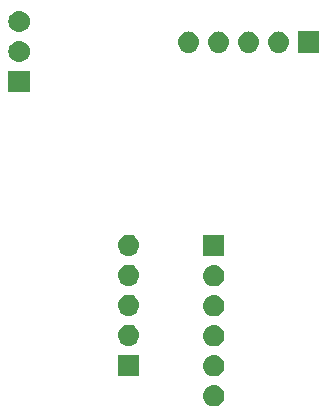
<source format=gbr>
G04 #@! TF.GenerationSoftware,KiCad,Pcbnew,5.1.2*
G04 #@! TF.CreationDate,2019-05-06T18:14:36-05:00*
G04 #@! TF.ProjectId,STM32F030Minimal,53544d33-3246-4303-9330-4d696e696d61,rev?*
G04 #@! TF.SameCoordinates,Original*
G04 #@! TF.FileFunction,Soldermask,Bot*
G04 #@! TF.FilePolarity,Negative*
%FSLAX46Y46*%
G04 Gerber Fmt 4.6, Leading zero omitted, Abs format (unit mm)*
G04 Created by KiCad (PCBNEW 5.1.2) date 2019-05-06 18:14:36*
%MOMM*%
%LPD*%
G04 APERTURE LIST*
%ADD10C,0.100000*%
G04 APERTURE END LIST*
D10*
G36*
X163340442Y-89555518D02*
G01*
X163406627Y-89562037D01*
X163576466Y-89613557D01*
X163732991Y-89697222D01*
X163768729Y-89726552D01*
X163870186Y-89809814D01*
X163953448Y-89911271D01*
X163982778Y-89947009D01*
X164066443Y-90103534D01*
X164117963Y-90273373D01*
X164135359Y-90450000D01*
X164117963Y-90626627D01*
X164066443Y-90796466D01*
X163982778Y-90952991D01*
X163953448Y-90988729D01*
X163870186Y-91090186D01*
X163768729Y-91173448D01*
X163732991Y-91202778D01*
X163576466Y-91286443D01*
X163406627Y-91337963D01*
X163340442Y-91344482D01*
X163274260Y-91351000D01*
X163185740Y-91351000D01*
X163119558Y-91344482D01*
X163053373Y-91337963D01*
X162883534Y-91286443D01*
X162727009Y-91202778D01*
X162691271Y-91173448D01*
X162589814Y-91090186D01*
X162506552Y-90988729D01*
X162477222Y-90952991D01*
X162393557Y-90796466D01*
X162342037Y-90626627D01*
X162324641Y-90450000D01*
X162342037Y-90273373D01*
X162393557Y-90103534D01*
X162477222Y-89947009D01*
X162506552Y-89911271D01*
X162589814Y-89809814D01*
X162691271Y-89726552D01*
X162727009Y-89697222D01*
X162883534Y-89613557D01*
X163053373Y-89562037D01*
X163119558Y-89555518D01*
X163185740Y-89549000D01*
X163274260Y-89549000D01*
X163340442Y-89555518D01*
X163340442Y-89555518D01*
G37*
G36*
X163340443Y-87015519D02*
G01*
X163406627Y-87022037D01*
X163576466Y-87073557D01*
X163732991Y-87157222D01*
X163768729Y-87186552D01*
X163870186Y-87269814D01*
X163953448Y-87371271D01*
X163982778Y-87407009D01*
X164066443Y-87563534D01*
X164117963Y-87733373D01*
X164135359Y-87910000D01*
X164117963Y-88086627D01*
X164066443Y-88256466D01*
X163982778Y-88412991D01*
X163953448Y-88448729D01*
X163870186Y-88550186D01*
X163768729Y-88633448D01*
X163732991Y-88662778D01*
X163576466Y-88746443D01*
X163406627Y-88797963D01*
X163340443Y-88804481D01*
X163274260Y-88811000D01*
X163185740Y-88811000D01*
X163119557Y-88804481D01*
X163053373Y-88797963D01*
X162883534Y-88746443D01*
X162727009Y-88662778D01*
X162691271Y-88633448D01*
X162589814Y-88550186D01*
X162506552Y-88448729D01*
X162477222Y-88412991D01*
X162393557Y-88256466D01*
X162342037Y-88086627D01*
X162324641Y-87910000D01*
X162342037Y-87733373D01*
X162393557Y-87563534D01*
X162477222Y-87407009D01*
X162506552Y-87371271D01*
X162589814Y-87269814D01*
X162691271Y-87186552D01*
X162727009Y-87157222D01*
X162883534Y-87073557D01*
X163053373Y-87022037D01*
X163119557Y-87015519D01*
X163185740Y-87009000D01*
X163274260Y-87009000D01*
X163340443Y-87015519D01*
X163340443Y-87015519D01*
G37*
G36*
X156921000Y-88771000D02*
G01*
X155119000Y-88771000D01*
X155119000Y-86969000D01*
X156921000Y-86969000D01*
X156921000Y-88771000D01*
X156921000Y-88771000D01*
G37*
G36*
X163340443Y-84475519D02*
G01*
X163406627Y-84482037D01*
X163576466Y-84533557D01*
X163732991Y-84617222D01*
X163768729Y-84646552D01*
X163870186Y-84729814D01*
X163949951Y-84827009D01*
X163982778Y-84867009D01*
X164066443Y-85023534D01*
X164117963Y-85193373D01*
X164135359Y-85370000D01*
X164117963Y-85546627D01*
X164066443Y-85716466D01*
X163982778Y-85872991D01*
X163953448Y-85908729D01*
X163870186Y-86010186D01*
X163781731Y-86082778D01*
X163732991Y-86122778D01*
X163576466Y-86206443D01*
X163406627Y-86257963D01*
X163340442Y-86264482D01*
X163274260Y-86271000D01*
X163185740Y-86271000D01*
X163119558Y-86264482D01*
X163053373Y-86257963D01*
X162883534Y-86206443D01*
X162727009Y-86122778D01*
X162678269Y-86082778D01*
X162589814Y-86010186D01*
X162506552Y-85908729D01*
X162477222Y-85872991D01*
X162393557Y-85716466D01*
X162342037Y-85546627D01*
X162324641Y-85370000D01*
X162342037Y-85193373D01*
X162393557Y-85023534D01*
X162477222Y-84867009D01*
X162510049Y-84827009D01*
X162589814Y-84729814D01*
X162691271Y-84646552D01*
X162727009Y-84617222D01*
X162883534Y-84533557D01*
X163053373Y-84482037D01*
X163119557Y-84475519D01*
X163185740Y-84469000D01*
X163274260Y-84469000D01*
X163340443Y-84475519D01*
X163340443Y-84475519D01*
G37*
G36*
X156130442Y-84435518D02*
G01*
X156196627Y-84442037D01*
X156366466Y-84493557D01*
X156522991Y-84577222D01*
X156558729Y-84606552D01*
X156660186Y-84689814D01*
X156743448Y-84791271D01*
X156772778Y-84827009D01*
X156856443Y-84983534D01*
X156907963Y-85153373D01*
X156925359Y-85330000D01*
X156907963Y-85506627D01*
X156856443Y-85676466D01*
X156772778Y-85832991D01*
X156743448Y-85868729D01*
X156660186Y-85970186D01*
X156558729Y-86053448D01*
X156522991Y-86082778D01*
X156366466Y-86166443D01*
X156196627Y-86217963D01*
X156130443Y-86224481D01*
X156064260Y-86231000D01*
X155975740Y-86231000D01*
X155909557Y-86224481D01*
X155843373Y-86217963D01*
X155673534Y-86166443D01*
X155517009Y-86082778D01*
X155481271Y-86053448D01*
X155379814Y-85970186D01*
X155296552Y-85868729D01*
X155267222Y-85832991D01*
X155183557Y-85676466D01*
X155132037Y-85506627D01*
X155114641Y-85330000D01*
X155132037Y-85153373D01*
X155183557Y-84983534D01*
X155267222Y-84827009D01*
X155296552Y-84791271D01*
X155379814Y-84689814D01*
X155481271Y-84606552D01*
X155517009Y-84577222D01*
X155673534Y-84493557D01*
X155843373Y-84442037D01*
X155909558Y-84435518D01*
X155975740Y-84429000D01*
X156064260Y-84429000D01*
X156130442Y-84435518D01*
X156130442Y-84435518D01*
G37*
G36*
X163340442Y-81935518D02*
G01*
X163406627Y-81942037D01*
X163576466Y-81993557D01*
X163732991Y-82077222D01*
X163768729Y-82106552D01*
X163870186Y-82189814D01*
X163949951Y-82287009D01*
X163982778Y-82327009D01*
X164066443Y-82483534D01*
X164117963Y-82653373D01*
X164135359Y-82830000D01*
X164117963Y-83006627D01*
X164066443Y-83176466D01*
X163982778Y-83332991D01*
X163953448Y-83368729D01*
X163870186Y-83470186D01*
X163781731Y-83542778D01*
X163732991Y-83582778D01*
X163576466Y-83666443D01*
X163406627Y-83717963D01*
X163340443Y-83724481D01*
X163274260Y-83731000D01*
X163185740Y-83731000D01*
X163119557Y-83724481D01*
X163053373Y-83717963D01*
X162883534Y-83666443D01*
X162727009Y-83582778D01*
X162678269Y-83542778D01*
X162589814Y-83470186D01*
X162506552Y-83368729D01*
X162477222Y-83332991D01*
X162393557Y-83176466D01*
X162342037Y-83006627D01*
X162324641Y-82830000D01*
X162342037Y-82653373D01*
X162393557Y-82483534D01*
X162477222Y-82327009D01*
X162510049Y-82287009D01*
X162589814Y-82189814D01*
X162691271Y-82106552D01*
X162727009Y-82077222D01*
X162883534Y-81993557D01*
X163053373Y-81942037D01*
X163119558Y-81935518D01*
X163185740Y-81929000D01*
X163274260Y-81929000D01*
X163340442Y-81935518D01*
X163340442Y-81935518D01*
G37*
G36*
X156130443Y-81895519D02*
G01*
X156196627Y-81902037D01*
X156366466Y-81953557D01*
X156522991Y-82037222D01*
X156558729Y-82066552D01*
X156660186Y-82149814D01*
X156743448Y-82251271D01*
X156772778Y-82287009D01*
X156856443Y-82443534D01*
X156907963Y-82613373D01*
X156925359Y-82790000D01*
X156907963Y-82966627D01*
X156856443Y-83136466D01*
X156772778Y-83292991D01*
X156743448Y-83328729D01*
X156660186Y-83430186D01*
X156558729Y-83513448D01*
X156522991Y-83542778D01*
X156366466Y-83626443D01*
X156196627Y-83677963D01*
X156130443Y-83684481D01*
X156064260Y-83691000D01*
X155975740Y-83691000D01*
X155909557Y-83684481D01*
X155843373Y-83677963D01*
X155673534Y-83626443D01*
X155517009Y-83542778D01*
X155481271Y-83513448D01*
X155379814Y-83430186D01*
X155296552Y-83328729D01*
X155267222Y-83292991D01*
X155183557Y-83136466D01*
X155132037Y-82966627D01*
X155114641Y-82790000D01*
X155132037Y-82613373D01*
X155183557Y-82443534D01*
X155267222Y-82287009D01*
X155296552Y-82251271D01*
X155379814Y-82149814D01*
X155481271Y-82066552D01*
X155517009Y-82037222D01*
X155673534Y-81953557D01*
X155843373Y-81902037D01*
X155909557Y-81895519D01*
X155975740Y-81889000D01*
X156064260Y-81889000D01*
X156130443Y-81895519D01*
X156130443Y-81895519D01*
G37*
G36*
X163340442Y-79395518D02*
G01*
X163406627Y-79402037D01*
X163576466Y-79453557D01*
X163732991Y-79537222D01*
X163768729Y-79566552D01*
X163870186Y-79649814D01*
X163949951Y-79747009D01*
X163982778Y-79787009D01*
X164066443Y-79943534D01*
X164117963Y-80113373D01*
X164135359Y-80290000D01*
X164117963Y-80466627D01*
X164066443Y-80636466D01*
X163982778Y-80792991D01*
X163953448Y-80828729D01*
X163870186Y-80930186D01*
X163781731Y-81002778D01*
X163732991Y-81042778D01*
X163576466Y-81126443D01*
X163406627Y-81177963D01*
X163340442Y-81184482D01*
X163274260Y-81191000D01*
X163185740Y-81191000D01*
X163119558Y-81184482D01*
X163053373Y-81177963D01*
X162883534Y-81126443D01*
X162727009Y-81042778D01*
X162678269Y-81002778D01*
X162589814Y-80930186D01*
X162506552Y-80828729D01*
X162477222Y-80792991D01*
X162393557Y-80636466D01*
X162342037Y-80466627D01*
X162324641Y-80290000D01*
X162342037Y-80113373D01*
X162393557Y-79943534D01*
X162477222Y-79787009D01*
X162510049Y-79747009D01*
X162589814Y-79649814D01*
X162691271Y-79566552D01*
X162727009Y-79537222D01*
X162883534Y-79453557D01*
X163053373Y-79402037D01*
X163119558Y-79395518D01*
X163185740Y-79389000D01*
X163274260Y-79389000D01*
X163340442Y-79395518D01*
X163340442Y-79395518D01*
G37*
G36*
X156130443Y-79355519D02*
G01*
X156196627Y-79362037D01*
X156366466Y-79413557D01*
X156522991Y-79497222D01*
X156558729Y-79526552D01*
X156660186Y-79609814D01*
X156743448Y-79711271D01*
X156772778Y-79747009D01*
X156856443Y-79903534D01*
X156907963Y-80073373D01*
X156925359Y-80250000D01*
X156907963Y-80426627D01*
X156856443Y-80596466D01*
X156772778Y-80752991D01*
X156743448Y-80788729D01*
X156660186Y-80890186D01*
X156558729Y-80973448D01*
X156522991Y-81002778D01*
X156366466Y-81086443D01*
X156196627Y-81137963D01*
X156130442Y-81144482D01*
X156064260Y-81151000D01*
X155975740Y-81151000D01*
X155909558Y-81144482D01*
X155843373Y-81137963D01*
X155673534Y-81086443D01*
X155517009Y-81002778D01*
X155481271Y-80973448D01*
X155379814Y-80890186D01*
X155296552Y-80788729D01*
X155267222Y-80752991D01*
X155183557Y-80596466D01*
X155132037Y-80426627D01*
X155114641Y-80250000D01*
X155132037Y-80073373D01*
X155183557Y-79903534D01*
X155267222Y-79747009D01*
X155296552Y-79711271D01*
X155379814Y-79609814D01*
X155481271Y-79526552D01*
X155517009Y-79497222D01*
X155673534Y-79413557D01*
X155843373Y-79362037D01*
X155909557Y-79355519D01*
X155975740Y-79349000D01*
X156064260Y-79349000D01*
X156130443Y-79355519D01*
X156130443Y-79355519D01*
G37*
G36*
X164131000Y-78651000D02*
G01*
X162329000Y-78651000D01*
X162329000Y-76849000D01*
X164131000Y-76849000D01*
X164131000Y-78651000D01*
X164131000Y-78651000D01*
G37*
G36*
X156130442Y-76815518D02*
G01*
X156196627Y-76822037D01*
X156366466Y-76873557D01*
X156522991Y-76957222D01*
X156558729Y-76986552D01*
X156660186Y-77069814D01*
X156743448Y-77171271D01*
X156772778Y-77207009D01*
X156856443Y-77363534D01*
X156907963Y-77533373D01*
X156925359Y-77710000D01*
X156907963Y-77886627D01*
X156856443Y-78056466D01*
X156772778Y-78212991D01*
X156743448Y-78248729D01*
X156660186Y-78350186D01*
X156558729Y-78433448D01*
X156522991Y-78462778D01*
X156366466Y-78546443D01*
X156196627Y-78597963D01*
X156130443Y-78604481D01*
X156064260Y-78611000D01*
X155975740Y-78611000D01*
X155909557Y-78604481D01*
X155843373Y-78597963D01*
X155673534Y-78546443D01*
X155517009Y-78462778D01*
X155481271Y-78433448D01*
X155379814Y-78350186D01*
X155296552Y-78248729D01*
X155267222Y-78212991D01*
X155183557Y-78056466D01*
X155132037Y-77886627D01*
X155114641Y-77710000D01*
X155132037Y-77533373D01*
X155183557Y-77363534D01*
X155267222Y-77207009D01*
X155296552Y-77171271D01*
X155379814Y-77069814D01*
X155481271Y-76986552D01*
X155517009Y-76957222D01*
X155673534Y-76873557D01*
X155843373Y-76822037D01*
X155909558Y-76815518D01*
X155975740Y-76809000D01*
X156064260Y-76809000D01*
X156130442Y-76815518D01*
X156130442Y-76815518D01*
G37*
G36*
X147651000Y-64731000D02*
G01*
X145849000Y-64731000D01*
X145849000Y-62929000D01*
X147651000Y-62929000D01*
X147651000Y-64731000D01*
X147651000Y-64731000D01*
G37*
G36*
X146860443Y-60395519D02*
G01*
X146926627Y-60402037D01*
X147096466Y-60453557D01*
X147252991Y-60537222D01*
X147288729Y-60566552D01*
X147390186Y-60649814D01*
X147473448Y-60751271D01*
X147502778Y-60787009D01*
X147586443Y-60943534D01*
X147637963Y-61113373D01*
X147655359Y-61290000D01*
X147637963Y-61466627D01*
X147586443Y-61636466D01*
X147502778Y-61792991D01*
X147473448Y-61828729D01*
X147390186Y-61930186D01*
X147288729Y-62013448D01*
X147252991Y-62042778D01*
X147096466Y-62126443D01*
X146926627Y-62177963D01*
X146860442Y-62184482D01*
X146794260Y-62191000D01*
X146705740Y-62191000D01*
X146639558Y-62184482D01*
X146573373Y-62177963D01*
X146403534Y-62126443D01*
X146247009Y-62042778D01*
X146211271Y-62013448D01*
X146109814Y-61930186D01*
X146026552Y-61828729D01*
X145997222Y-61792991D01*
X145913557Y-61636466D01*
X145862037Y-61466627D01*
X145844641Y-61290000D01*
X145862037Y-61113373D01*
X145913557Y-60943534D01*
X145997222Y-60787009D01*
X146026552Y-60751271D01*
X146109814Y-60649814D01*
X146211271Y-60566552D01*
X146247009Y-60537222D01*
X146403534Y-60453557D01*
X146573373Y-60402037D01*
X146639557Y-60395519D01*
X146705740Y-60389000D01*
X146794260Y-60389000D01*
X146860443Y-60395519D01*
X146860443Y-60395519D01*
G37*
G36*
X161200443Y-59605519D02*
G01*
X161266627Y-59612037D01*
X161436466Y-59663557D01*
X161592991Y-59747222D01*
X161628729Y-59776552D01*
X161730186Y-59859814D01*
X161813448Y-59961271D01*
X161842778Y-59997009D01*
X161926443Y-60153534D01*
X161977963Y-60323373D01*
X161995359Y-60500000D01*
X161977963Y-60676627D01*
X161926443Y-60846466D01*
X161842778Y-61002991D01*
X161813448Y-61038729D01*
X161730186Y-61140186D01*
X161628729Y-61223448D01*
X161592991Y-61252778D01*
X161436466Y-61336443D01*
X161266627Y-61387963D01*
X161200442Y-61394482D01*
X161134260Y-61401000D01*
X161045740Y-61401000D01*
X160979558Y-61394482D01*
X160913373Y-61387963D01*
X160743534Y-61336443D01*
X160587009Y-61252778D01*
X160551271Y-61223448D01*
X160449814Y-61140186D01*
X160366552Y-61038729D01*
X160337222Y-61002991D01*
X160253557Y-60846466D01*
X160202037Y-60676627D01*
X160184641Y-60500000D01*
X160202037Y-60323373D01*
X160253557Y-60153534D01*
X160337222Y-59997009D01*
X160366552Y-59961271D01*
X160449814Y-59859814D01*
X160551271Y-59776552D01*
X160587009Y-59747222D01*
X160743534Y-59663557D01*
X160913373Y-59612037D01*
X160979557Y-59605519D01*
X161045740Y-59599000D01*
X161134260Y-59599000D01*
X161200443Y-59605519D01*
X161200443Y-59605519D01*
G37*
G36*
X163740443Y-59605519D02*
G01*
X163806627Y-59612037D01*
X163976466Y-59663557D01*
X164132991Y-59747222D01*
X164168729Y-59776552D01*
X164270186Y-59859814D01*
X164353448Y-59961271D01*
X164382778Y-59997009D01*
X164466443Y-60153534D01*
X164517963Y-60323373D01*
X164535359Y-60500000D01*
X164517963Y-60676627D01*
X164466443Y-60846466D01*
X164382778Y-61002991D01*
X164353448Y-61038729D01*
X164270186Y-61140186D01*
X164168729Y-61223448D01*
X164132991Y-61252778D01*
X163976466Y-61336443D01*
X163806627Y-61387963D01*
X163740442Y-61394482D01*
X163674260Y-61401000D01*
X163585740Y-61401000D01*
X163519558Y-61394482D01*
X163453373Y-61387963D01*
X163283534Y-61336443D01*
X163127009Y-61252778D01*
X163091271Y-61223448D01*
X162989814Y-61140186D01*
X162906552Y-61038729D01*
X162877222Y-61002991D01*
X162793557Y-60846466D01*
X162742037Y-60676627D01*
X162724641Y-60500000D01*
X162742037Y-60323373D01*
X162793557Y-60153534D01*
X162877222Y-59997009D01*
X162906552Y-59961271D01*
X162989814Y-59859814D01*
X163091271Y-59776552D01*
X163127009Y-59747222D01*
X163283534Y-59663557D01*
X163453373Y-59612037D01*
X163519557Y-59605519D01*
X163585740Y-59599000D01*
X163674260Y-59599000D01*
X163740443Y-59605519D01*
X163740443Y-59605519D01*
G37*
G36*
X166280443Y-59605519D02*
G01*
X166346627Y-59612037D01*
X166516466Y-59663557D01*
X166672991Y-59747222D01*
X166708729Y-59776552D01*
X166810186Y-59859814D01*
X166893448Y-59961271D01*
X166922778Y-59997009D01*
X167006443Y-60153534D01*
X167057963Y-60323373D01*
X167075359Y-60500000D01*
X167057963Y-60676627D01*
X167006443Y-60846466D01*
X166922778Y-61002991D01*
X166893448Y-61038729D01*
X166810186Y-61140186D01*
X166708729Y-61223448D01*
X166672991Y-61252778D01*
X166516466Y-61336443D01*
X166346627Y-61387963D01*
X166280442Y-61394482D01*
X166214260Y-61401000D01*
X166125740Y-61401000D01*
X166059558Y-61394482D01*
X165993373Y-61387963D01*
X165823534Y-61336443D01*
X165667009Y-61252778D01*
X165631271Y-61223448D01*
X165529814Y-61140186D01*
X165446552Y-61038729D01*
X165417222Y-61002991D01*
X165333557Y-60846466D01*
X165282037Y-60676627D01*
X165264641Y-60500000D01*
X165282037Y-60323373D01*
X165333557Y-60153534D01*
X165417222Y-59997009D01*
X165446552Y-59961271D01*
X165529814Y-59859814D01*
X165631271Y-59776552D01*
X165667009Y-59747222D01*
X165823534Y-59663557D01*
X165993373Y-59612037D01*
X166059557Y-59605519D01*
X166125740Y-59599000D01*
X166214260Y-59599000D01*
X166280443Y-59605519D01*
X166280443Y-59605519D01*
G37*
G36*
X168820443Y-59605519D02*
G01*
X168886627Y-59612037D01*
X169056466Y-59663557D01*
X169212991Y-59747222D01*
X169248729Y-59776552D01*
X169350186Y-59859814D01*
X169433448Y-59961271D01*
X169462778Y-59997009D01*
X169546443Y-60153534D01*
X169597963Y-60323373D01*
X169615359Y-60500000D01*
X169597963Y-60676627D01*
X169546443Y-60846466D01*
X169462778Y-61002991D01*
X169433448Y-61038729D01*
X169350186Y-61140186D01*
X169248729Y-61223448D01*
X169212991Y-61252778D01*
X169056466Y-61336443D01*
X168886627Y-61387963D01*
X168820442Y-61394482D01*
X168754260Y-61401000D01*
X168665740Y-61401000D01*
X168599558Y-61394482D01*
X168533373Y-61387963D01*
X168363534Y-61336443D01*
X168207009Y-61252778D01*
X168171271Y-61223448D01*
X168069814Y-61140186D01*
X167986552Y-61038729D01*
X167957222Y-61002991D01*
X167873557Y-60846466D01*
X167822037Y-60676627D01*
X167804641Y-60500000D01*
X167822037Y-60323373D01*
X167873557Y-60153534D01*
X167957222Y-59997009D01*
X167986552Y-59961271D01*
X168069814Y-59859814D01*
X168171271Y-59776552D01*
X168207009Y-59747222D01*
X168363534Y-59663557D01*
X168533373Y-59612037D01*
X168599557Y-59605519D01*
X168665740Y-59599000D01*
X168754260Y-59599000D01*
X168820443Y-59605519D01*
X168820443Y-59605519D01*
G37*
G36*
X172151000Y-61401000D02*
G01*
X170349000Y-61401000D01*
X170349000Y-59599000D01*
X172151000Y-59599000D01*
X172151000Y-61401000D01*
X172151000Y-61401000D01*
G37*
G36*
X146860442Y-57855518D02*
G01*
X146926627Y-57862037D01*
X147096466Y-57913557D01*
X147252991Y-57997222D01*
X147288729Y-58026552D01*
X147390186Y-58109814D01*
X147473448Y-58211271D01*
X147502778Y-58247009D01*
X147586443Y-58403534D01*
X147637963Y-58573373D01*
X147655359Y-58750000D01*
X147637963Y-58926627D01*
X147586443Y-59096466D01*
X147502778Y-59252991D01*
X147473448Y-59288729D01*
X147390186Y-59390186D01*
X147288729Y-59473448D01*
X147252991Y-59502778D01*
X147096466Y-59586443D01*
X146926627Y-59637963D01*
X146860442Y-59644482D01*
X146794260Y-59651000D01*
X146705740Y-59651000D01*
X146639558Y-59644482D01*
X146573373Y-59637963D01*
X146403534Y-59586443D01*
X146247009Y-59502778D01*
X146211271Y-59473448D01*
X146109814Y-59390186D01*
X146026552Y-59288729D01*
X145997222Y-59252991D01*
X145913557Y-59096466D01*
X145862037Y-58926627D01*
X145844641Y-58750000D01*
X145862037Y-58573373D01*
X145913557Y-58403534D01*
X145997222Y-58247009D01*
X146026552Y-58211271D01*
X146109814Y-58109814D01*
X146211271Y-58026552D01*
X146247009Y-57997222D01*
X146403534Y-57913557D01*
X146573373Y-57862037D01*
X146639558Y-57855518D01*
X146705740Y-57849000D01*
X146794260Y-57849000D01*
X146860442Y-57855518D01*
X146860442Y-57855518D01*
G37*
M02*

</source>
